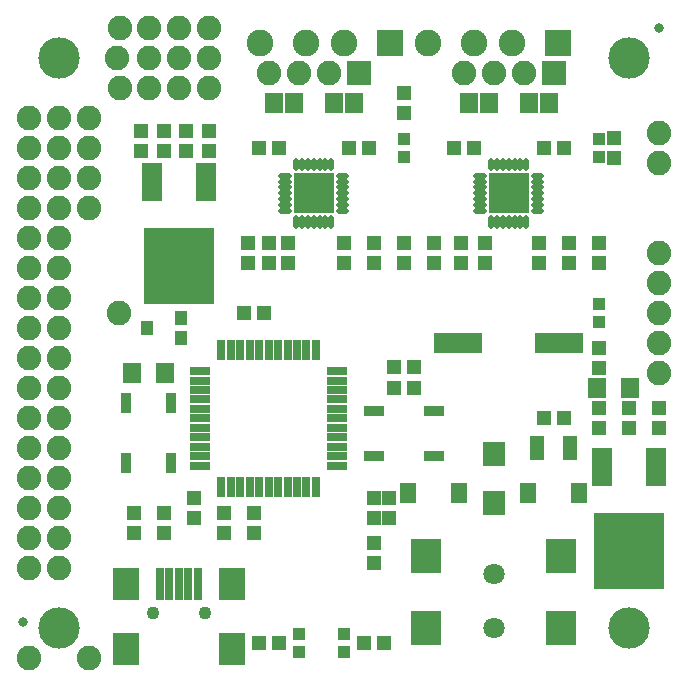
<source format=gbr>
G04 EAGLE Gerber RS-274X export*
G75*
%MOMM*%
%FSLAX34Y34*%
%LPD*%
%INSoldermask Top*%
%IPPOS*%
%AMOC8*
5,1,8,0,0,1.08239X$1,22.5*%
G01*
%ADD10R,1.503200X1.703200*%
%ADD11R,1.303200X1.203200*%
%ADD12R,1.203200X1.303200*%
%ADD13R,0.965200X1.727200*%
%ADD14R,1.727200X0.965200*%
%ADD15R,4.103200X1.803200*%
%ADD16C,3.505200*%
%ADD17R,1.603200X1.803200*%
%ADD18R,6.003200X6.403200*%
%ADD19R,1.803200X3.203200*%
%ADD20R,1.003200X1.003200*%
%ADD21R,1.703200X0.703200*%
%ADD22R,0.703200X1.703200*%
%ADD23R,0.703200X2.703200*%
%ADD24R,2.203200X2.703200*%
%ADD25C,1.103200*%
%ADD26C,2.082800*%
%ADD27R,1.903200X2.003200*%
%ADD28R,1.203200X2.003200*%
%ADD29R,2.603200X3.003200*%
%ADD30C,1.803200*%
%ADD31R,1.103200X1.203200*%
%ADD32R,1.103200X1.303200*%
%ADD33C,0.503200*%
%ADD34R,3.378200X3.378200*%
%ADD35R,2.082800X2.082800*%
%ADD36R,1.473200X1.673200*%
%ADD37R,2.260600X2.260600*%
%ADD38C,2.260600*%
%ADD39C,0.838200*%


D10*
X220100Y482600D03*
X237100Y482600D03*
X287900Y482600D03*
X270900Y482600D03*
X453000Y482600D03*
X436000Y482600D03*
X385200Y482600D03*
X402200Y482600D03*
D11*
X495300Y275200D03*
X495300Y258200D03*
D12*
X321700Y241300D03*
X338700Y241300D03*
D11*
X152400Y148200D03*
X152400Y131200D03*
D12*
X224400Y25400D03*
X207400Y25400D03*
X296300Y25400D03*
X313300Y25400D03*
D13*
X133350Y228600D03*
X95250Y228600D03*
X95250Y177800D03*
X133350Y177800D03*
D14*
X355600Y184150D03*
X355600Y222250D03*
X304800Y222250D03*
X304800Y184150D03*
D15*
X461600Y279400D03*
X376600Y279400D03*
D16*
X520700Y38100D03*
X38100Y38100D03*
X520700Y520700D03*
X38100Y520700D03*
D11*
X508000Y436000D03*
X508000Y453000D03*
X330200Y491100D03*
X330200Y474100D03*
X321700Y259080D03*
X338700Y259080D03*
D12*
X495300Y224400D03*
X495300Y207400D03*
D17*
X522000Y241300D03*
X494000Y241300D03*
D12*
X203200Y118500D03*
X203200Y135500D03*
D17*
X100300Y254000D03*
X128300Y254000D03*
D11*
X546100Y207400D03*
X546100Y224400D03*
X520700Y207400D03*
X520700Y224400D03*
D18*
X520700Y103200D03*
D19*
X543500Y175000D03*
X497900Y175000D03*
D11*
X448700Y215900D03*
X465700Y215900D03*
X101600Y118500D03*
X101600Y135500D03*
X127000Y135500D03*
X127000Y118500D03*
D20*
X241300Y32900D03*
X241300Y17900D03*
X279400Y32900D03*
X279400Y17900D03*
X495300Y452000D03*
X495300Y437000D03*
X330200Y452000D03*
X330200Y437000D03*
X495300Y312300D03*
X495300Y297300D03*
D21*
X273900Y175900D03*
X273900Y183900D03*
X273900Y191900D03*
X273900Y199900D03*
X273900Y207900D03*
X273900Y215900D03*
X273900Y223900D03*
X273900Y231900D03*
X273900Y239900D03*
X273900Y247900D03*
X273900Y255900D03*
D22*
X255900Y273900D03*
X247900Y273900D03*
X239900Y273900D03*
X231900Y273900D03*
X223900Y273900D03*
X215900Y273900D03*
X207900Y273900D03*
X199900Y273900D03*
X191900Y273900D03*
X183900Y273900D03*
X175900Y273900D03*
D21*
X157900Y255900D03*
X157900Y247900D03*
X157900Y239900D03*
X157900Y231900D03*
X157900Y223900D03*
X157900Y215900D03*
X157900Y207900D03*
X157900Y199900D03*
X157900Y191900D03*
X157900Y183900D03*
X157900Y175900D03*
D22*
X175900Y157900D03*
X183900Y157900D03*
X191900Y157900D03*
X199900Y157900D03*
X207900Y157900D03*
X215900Y157900D03*
X223900Y157900D03*
X231900Y157900D03*
X239900Y157900D03*
X247900Y157900D03*
X255900Y157900D03*
D23*
X139700Y75800D03*
X131700Y75800D03*
X155700Y75800D03*
X147700Y75800D03*
D24*
X184700Y20800D03*
X94700Y20800D03*
X184700Y75800D03*
X94700Y75800D03*
D23*
X123700Y75800D03*
D25*
X117700Y50800D03*
X161700Y50800D03*
D26*
X546100Y457200D03*
X546100Y431800D03*
X88900Y304800D03*
X546100Y254000D03*
X546100Y279400D03*
X546100Y304800D03*
X546100Y330200D03*
X546100Y355600D03*
X12700Y88900D03*
X12700Y114300D03*
X12700Y139700D03*
X12700Y165100D03*
X12700Y190500D03*
X12700Y215900D03*
X12700Y241300D03*
X12700Y266700D03*
X12700Y292100D03*
X12700Y317500D03*
X12700Y342900D03*
X12700Y368300D03*
D27*
X406400Y185600D03*
X406400Y144600D03*
D28*
X443200Y190500D03*
X471200Y190500D03*
D26*
X90170Y546100D03*
X87630Y520700D03*
X90170Y495300D03*
X114300Y546100D03*
X114300Y520700D03*
X114300Y495300D03*
D29*
X349400Y38100D03*
X463400Y38100D03*
X349400Y99100D03*
X463400Y99100D03*
D30*
X406400Y38100D03*
X406400Y83820D03*
D31*
X141500Y283600D03*
X141500Y300600D03*
D32*
X112500Y292100D03*
D33*
X226401Y421400D02*
X232799Y421400D01*
X232799Y416400D02*
X226401Y416400D01*
X226402Y411400D02*
X232800Y411400D01*
X232800Y406400D02*
X226402Y406400D01*
X226403Y401400D02*
X232801Y401400D01*
X232801Y396400D02*
X226403Y396400D01*
X226402Y391400D02*
X232800Y391400D01*
X239000Y385200D02*
X239000Y378802D01*
X244000Y378801D02*
X244000Y385199D01*
X249000Y385200D02*
X249000Y378802D01*
X254000Y378802D02*
X254000Y385200D01*
X259000Y385199D02*
X259000Y378801D01*
X264000Y378802D02*
X264000Y385200D01*
X269000Y385200D02*
X269000Y378802D01*
X275200Y391400D02*
X281598Y391400D01*
X281599Y396400D02*
X275201Y396400D01*
X275201Y401400D02*
X281599Y401400D01*
X281598Y406400D02*
X275200Y406400D01*
X275201Y411400D02*
X281599Y411400D01*
X281599Y416400D02*
X275201Y416400D01*
X275200Y421400D02*
X281598Y421400D01*
X269000Y427600D02*
X269000Y433998D01*
X264000Y433999D02*
X264000Y427601D01*
X259000Y427601D02*
X259000Y433999D01*
X254000Y433999D02*
X254000Y427601D01*
X249000Y427601D02*
X249000Y433999D01*
X244000Y433999D02*
X244000Y427601D01*
X239000Y427600D02*
X239000Y433998D01*
D34*
X254000Y406400D03*
D33*
X391501Y421400D02*
X397899Y421400D01*
X397899Y416400D02*
X391501Y416400D01*
X391502Y411400D02*
X397900Y411400D01*
X397900Y406400D02*
X391502Y406400D01*
X391503Y401400D02*
X397901Y401400D01*
X397901Y396400D02*
X391503Y396400D01*
X391502Y391400D02*
X397900Y391400D01*
X404100Y385200D02*
X404100Y378802D01*
X409100Y378801D02*
X409100Y385199D01*
X414100Y385200D02*
X414100Y378802D01*
X419100Y378802D02*
X419100Y385200D01*
X424100Y385199D02*
X424100Y378801D01*
X429100Y378802D02*
X429100Y385200D01*
X434100Y385200D02*
X434100Y378802D01*
X440300Y391400D02*
X446698Y391400D01*
X446699Y396400D02*
X440301Y396400D01*
X440301Y401400D02*
X446699Y401400D01*
X446698Y406400D02*
X440300Y406400D01*
X440301Y411400D02*
X446699Y411400D01*
X446699Y416400D02*
X440301Y416400D01*
X440300Y421400D02*
X446698Y421400D01*
X434100Y427600D02*
X434100Y433998D01*
X429100Y433999D02*
X429100Y427601D01*
X424100Y427601D02*
X424100Y433999D01*
X419100Y433999D02*
X419100Y427601D01*
X414100Y427601D02*
X414100Y433999D01*
X409100Y433999D02*
X409100Y427601D01*
X404100Y427600D02*
X404100Y433998D01*
D34*
X419100Y406400D03*
D11*
X279400Y364100D03*
X279400Y347100D03*
D12*
X198120Y364100D03*
X198120Y347100D03*
X330200Y364100D03*
X330200Y347100D03*
D11*
X224400Y444500D03*
X207400Y444500D03*
X283600Y444500D03*
X300600Y444500D03*
D12*
X232410Y364100D03*
X232410Y347100D03*
X215900Y364100D03*
X215900Y347100D03*
X378460Y364100D03*
X378460Y347100D03*
D11*
X444500Y364100D03*
X444500Y347100D03*
D12*
X398780Y364100D03*
X398780Y347100D03*
X355600Y364100D03*
X355600Y347100D03*
X495300Y364100D03*
X495300Y347100D03*
D11*
X389500Y444500D03*
X372500Y444500D03*
X448700Y444500D03*
X465700Y444500D03*
D26*
X139700Y546100D03*
X139700Y520700D03*
X139700Y495300D03*
X165100Y546100D03*
X165100Y520700D03*
X165100Y495300D03*
D12*
X194700Y304800D03*
X211700Y304800D03*
D11*
X177800Y118500D03*
X177800Y135500D03*
X304800Y347100D03*
X304800Y364100D03*
X469900Y347100D03*
X469900Y364100D03*
X317500Y148200D03*
X317500Y131200D03*
X304800Y110100D03*
X304800Y93100D03*
X304800Y131200D03*
X304800Y148200D03*
D26*
X12700Y469900D03*
X38100Y469900D03*
X63500Y469900D03*
X12700Y444500D03*
X38100Y444500D03*
X63500Y444500D03*
X12700Y419100D03*
X38100Y419100D03*
X63500Y419100D03*
X12700Y393700D03*
X38100Y393700D03*
X63500Y393700D03*
X38100Y88900D03*
X38100Y114300D03*
X38100Y139700D03*
X38100Y165100D03*
X38100Y190500D03*
X38100Y215900D03*
X38100Y241300D03*
X38100Y266700D03*
X38100Y292100D03*
X38100Y317500D03*
X38100Y342900D03*
X38100Y368300D03*
D35*
X292100Y508000D03*
D26*
X266700Y508000D03*
X241300Y508000D03*
X215900Y508000D03*
D35*
X457200Y508000D03*
D26*
X431800Y508000D03*
X406400Y508000D03*
X381000Y508000D03*
D18*
X139700Y344500D03*
D19*
X162500Y416300D03*
X116900Y416300D03*
D11*
X165100Y442350D03*
X165100Y459350D03*
X146050Y442350D03*
X146050Y459350D03*
D12*
X127000Y459350D03*
X127000Y442350D03*
X107950Y459350D03*
X107950Y442350D03*
D30*
X406400Y38100D03*
X406400Y83820D03*
D26*
X63500Y12700D03*
X12700Y12700D03*
D36*
X334100Y152400D03*
X377100Y152400D03*
X435700Y152400D03*
X478700Y152400D03*
D37*
X318770Y533400D03*
D38*
X279400Y533400D03*
X247650Y533400D03*
X208280Y533400D03*
D37*
X461010Y533400D03*
D38*
X421640Y533400D03*
X389890Y533400D03*
X350520Y533400D03*
D39*
X7620Y43180D03*
X546100Y546100D03*
M02*

</source>
